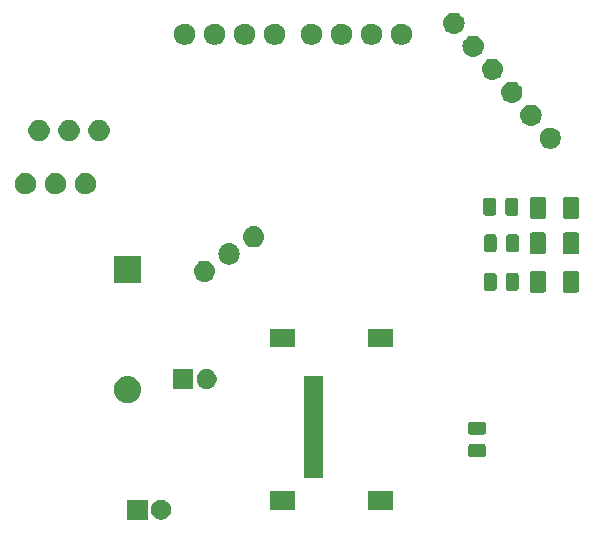
<source format=gbr>
G04 #@! TF.GenerationSoftware,KiCad,Pcbnew,(5.1.4-0-10_14)*
G04 #@! TF.CreationDate,2020-03-10T19:27:28+01:00*
G04 #@! TF.ProjectId,CanSat2020Probe,43616e53-6174-4323-9032-3050726f6265,v01*
G04 #@! TF.SameCoordinates,Original*
G04 #@! TF.FileFunction,Soldermask,Bot*
G04 #@! TF.FilePolarity,Negative*
%FSLAX46Y46*%
G04 Gerber Fmt 4.6, Leading zero omitted, Abs format (unit mm)*
G04 Created by KiCad (PCBNEW (5.1.4-0-10_14)) date 2020-03-10 19:27:28*
%MOMM*%
%LPD*%
G04 APERTURE LIST*
%ADD10C,0.100000*%
G04 APERTURE END LIST*
D10*
G36*
X138148228Y-118781703D02*
G01*
X138303100Y-118845853D01*
X138442481Y-118938985D01*
X138561015Y-119057519D01*
X138654147Y-119196900D01*
X138718297Y-119351772D01*
X138751000Y-119516184D01*
X138751000Y-119683816D01*
X138718297Y-119848228D01*
X138654147Y-120003100D01*
X138561015Y-120142481D01*
X138442481Y-120261015D01*
X138303100Y-120354147D01*
X138148228Y-120418297D01*
X137983816Y-120451000D01*
X137816184Y-120451000D01*
X137651772Y-120418297D01*
X137496900Y-120354147D01*
X137357519Y-120261015D01*
X137238985Y-120142481D01*
X137145853Y-120003100D01*
X137081703Y-119848228D01*
X137049000Y-119683816D01*
X137049000Y-119516184D01*
X137081703Y-119351772D01*
X137145853Y-119196900D01*
X137238985Y-119057519D01*
X137357519Y-118938985D01*
X137496900Y-118845853D01*
X137651772Y-118781703D01*
X137816184Y-118749000D01*
X137983816Y-118749000D01*
X138148228Y-118781703D01*
X138148228Y-118781703D01*
G37*
G36*
X136751000Y-120451000D02*
G01*
X135049000Y-120451000D01*
X135049000Y-118749000D01*
X136751000Y-118749000D01*
X136751000Y-120451000D01*
X136751000Y-120451000D01*
G37*
G36*
X149251000Y-119601000D02*
G01*
X147149000Y-119601000D01*
X147149000Y-118049000D01*
X149251000Y-118049000D01*
X149251000Y-119601000D01*
X149251000Y-119601000D01*
G37*
G36*
X157551000Y-119601000D02*
G01*
X155449000Y-119601000D01*
X155449000Y-118049000D01*
X157551000Y-118049000D01*
X157551000Y-119601000D01*
X157551000Y-119601000D01*
G37*
G36*
X151601000Y-116901000D02*
G01*
X149999000Y-116901000D01*
X149999000Y-108299000D01*
X151601000Y-108299000D01*
X151601000Y-116901000D01*
X151601000Y-116901000D01*
G37*
G36*
X165234468Y-114053565D02*
G01*
X165273138Y-114065296D01*
X165308777Y-114084346D01*
X165340017Y-114109983D01*
X165365654Y-114141223D01*
X165384704Y-114176862D01*
X165396435Y-114215532D01*
X165401000Y-114261888D01*
X165401000Y-114913112D01*
X165396435Y-114959468D01*
X165384704Y-114998138D01*
X165365654Y-115033777D01*
X165340017Y-115065017D01*
X165308777Y-115090654D01*
X165273138Y-115109704D01*
X165234468Y-115121435D01*
X165188112Y-115126000D01*
X164111888Y-115126000D01*
X164065532Y-115121435D01*
X164026862Y-115109704D01*
X163991223Y-115090654D01*
X163959983Y-115065017D01*
X163934346Y-115033777D01*
X163915296Y-114998138D01*
X163903565Y-114959468D01*
X163899000Y-114913112D01*
X163899000Y-114261888D01*
X163903565Y-114215532D01*
X163915296Y-114176862D01*
X163934346Y-114141223D01*
X163959983Y-114109983D01*
X163991223Y-114084346D01*
X164026862Y-114065296D01*
X164065532Y-114053565D01*
X164111888Y-114049000D01*
X165188112Y-114049000D01*
X165234468Y-114053565D01*
X165234468Y-114053565D01*
G37*
G36*
X165234468Y-112178565D02*
G01*
X165273138Y-112190296D01*
X165308777Y-112209346D01*
X165340017Y-112234983D01*
X165365654Y-112266223D01*
X165384704Y-112301862D01*
X165396435Y-112340532D01*
X165401000Y-112386888D01*
X165401000Y-113038112D01*
X165396435Y-113084468D01*
X165384704Y-113123138D01*
X165365654Y-113158777D01*
X165340017Y-113190017D01*
X165308777Y-113215654D01*
X165273138Y-113234704D01*
X165234468Y-113246435D01*
X165188112Y-113251000D01*
X164111888Y-113251000D01*
X164065532Y-113246435D01*
X164026862Y-113234704D01*
X163991223Y-113215654D01*
X163959983Y-113190017D01*
X163934346Y-113158777D01*
X163915296Y-113123138D01*
X163903565Y-113084468D01*
X163899000Y-113038112D01*
X163899000Y-112386888D01*
X163903565Y-112340532D01*
X163915296Y-112301862D01*
X163934346Y-112266223D01*
X163959983Y-112234983D01*
X163991223Y-112209346D01*
X164026862Y-112190296D01*
X164065532Y-112178565D01*
X164111888Y-112174000D01*
X165188112Y-112174000D01*
X165234468Y-112178565D01*
X165234468Y-112178565D01*
G37*
G36*
X135219271Y-108270103D02*
G01*
X135275635Y-108275654D01*
X135492600Y-108341470D01*
X135492602Y-108341471D01*
X135692555Y-108448347D01*
X135867818Y-108592182D01*
X136011653Y-108767445D01*
X136110885Y-108953097D01*
X136118530Y-108967400D01*
X136184346Y-109184365D01*
X136202461Y-109368295D01*
X136206569Y-109410000D01*
X136184346Y-109635634D01*
X136118529Y-109852602D01*
X136011653Y-110052555D01*
X135867818Y-110227818D01*
X135692555Y-110371653D01*
X135492602Y-110478529D01*
X135492600Y-110478530D01*
X135275635Y-110544346D01*
X135219271Y-110549897D01*
X135106545Y-110561000D01*
X134993455Y-110561000D01*
X134880729Y-110549897D01*
X134824365Y-110544346D01*
X134607400Y-110478530D01*
X134607398Y-110478529D01*
X134407445Y-110371653D01*
X134232182Y-110227818D01*
X134088347Y-110052555D01*
X133981471Y-109852602D01*
X133915654Y-109635634D01*
X133893431Y-109410000D01*
X133897539Y-109368295D01*
X133915654Y-109184365D01*
X133981470Y-108967400D01*
X133989115Y-108953097D01*
X134088347Y-108767445D01*
X134232182Y-108592182D01*
X134407445Y-108448347D01*
X134607398Y-108341471D01*
X134607400Y-108341470D01*
X134824365Y-108275654D01*
X134880729Y-108270103D01*
X134993455Y-108259000D01*
X135106545Y-108259000D01*
X135219271Y-108270103D01*
X135219271Y-108270103D01*
G37*
G36*
X140601000Y-109401000D02*
G01*
X138899000Y-109401000D01*
X138899000Y-107699000D01*
X140601000Y-107699000D01*
X140601000Y-109401000D01*
X140601000Y-109401000D01*
G37*
G36*
X141998228Y-107731703D02*
G01*
X142153100Y-107795853D01*
X142292481Y-107888985D01*
X142411015Y-108007519D01*
X142504147Y-108146900D01*
X142568297Y-108301772D01*
X142601000Y-108466184D01*
X142601000Y-108633816D01*
X142568297Y-108798228D01*
X142504147Y-108953100D01*
X142411015Y-109092481D01*
X142292481Y-109211015D01*
X142153100Y-109304147D01*
X141998228Y-109368297D01*
X141833816Y-109401000D01*
X141666184Y-109401000D01*
X141501772Y-109368297D01*
X141346900Y-109304147D01*
X141207519Y-109211015D01*
X141088985Y-109092481D01*
X140995853Y-108953100D01*
X140931703Y-108798228D01*
X140899000Y-108633816D01*
X140899000Y-108466184D01*
X140931703Y-108301772D01*
X140995853Y-108146900D01*
X141088985Y-108007519D01*
X141207519Y-107888985D01*
X141346900Y-107795853D01*
X141501772Y-107731703D01*
X141666184Y-107699000D01*
X141833816Y-107699000D01*
X141998228Y-107731703D01*
X141998228Y-107731703D01*
G37*
G36*
X149251000Y-105851000D02*
G01*
X147149000Y-105851000D01*
X147149000Y-104299000D01*
X149251000Y-104299000D01*
X149251000Y-105851000D01*
X149251000Y-105851000D01*
G37*
G36*
X157551000Y-105851000D02*
G01*
X155449000Y-105851000D01*
X155449000Y-104299000D01*
X157551000Y-104299000D01*
X157551000Y-105851000D01*
X157551000Y-105851000D01*
G37*
G36*
X173118604Y-99378347D02*
G01*
X173155144Y-99389432D01*
X173188821Y-99407433D01*
X173218341Y-99431659D01*
X173242567Y-99461179D01*
X173260568Y-99494856D01*
X173271653Y-99531396D01*
X173276000Y-99575538D01*
X173276000Y-101024462D01*
X173271653Y-101068604D01*
X173260568Y-101105144D01*
X173242567Y-101138821D01*
X173218341Y-101168341D01*
X173188821Y-101192567D01*
X173155144Y-101210568D01*
X173118604Y-101221653D01*
X173074462Y-101226000D01*
X172125538Y-101226000D01*
X172081396Y-101221653D01*
X172044856Y-101210568D01*
X172011179Y-101192567D01*
X171981659Y-101168341D01*
X171957433Y-101138821D01*
X171939432Y-101105144D01*
X171928347Y-101068604D01*
X171924000Y-101024462D01*
X171924000Y-99575538D01*
X171928347Y-99531396D01*
X171939432Y-99494856D01*
X171957433Y-99461179D01*
X171981659Y-99431659D01*
X172011179Y-99407433D01*
X172044856Y-99389432D01*
X172081396Y-99378347D01*
X172125538Y-99374000D01*
X173074462Y-99374000D01*
X173118604Y-99378347D01*
X173118604Y-99378347D01*
G37*
G36*
X170318604Y-99378347D02*
G01*
X170355144Y-99389432D01*
X170388821Y-99407433D01*
X170418341Y-99431659D01*
X170442567Y-99461179D01*
X170460568Y-99494856D01*
X170471653Y-99531396D01*
X170476000Y-99575538D01*
X170476000Y-101024462D01*
X170471653Y-101068604D01*
X170460568Y-101105144D01*
X170442567Y-101138821D01*
X170418341Y-101168341D01*
X170388821Y-101192567D01*
X170355144Y-101210568D01*
X170318604Y-101221653D01*
X170274462Y-101226000D01*
X169325538Y-101226000D01*
X169281396Y-101221653D01*
X169244856Y-101210568D01*
X169211179Y-101192567D01*
X169181659Y-101168341D01*
X169157433Y-101138821D01*
X169139432Y-101105144D01*
X169128347Y-101068604D01*
X169124000Y-101024462D01*
X169124000Y-99575538D01*
X169128347Y-99531396D01*
X169139432Y-99494856D01*
X169157433Y-99461179D01*
X169181659Y-99431659D01*
X169211179Y-99407433D01*
X169244856Y-99389432D01*
X169281396Y-99378347D01*
X169325538Y-99374000D01*
X170274462Y-99374000D01*
X170318604Y-99378347D01*
X170318604Y-99378347D01*
G37*
G36*
X166134468Y-99553565D02*
G01*
X166173138Y-99565296D01*
X166208777Y-99584346D01*
X166240017Y-99609983D01*
X166265654Y-99641223D01*
X166284704Y-99676862D01*
X166296435Y-99715532D01*
X166301000Y-99761888D01*
X166301000Y-100838112D01*
X166296435Y-100884468D01*
X166284704Y-100923138D01*
X166265654Y-100958777D01*
X166240017Y-100990017D01*
X166208777Y-101015654D01*
X166173138Y-101034704D01*
X166134468Y-101046435D01*
X166088112Y-101051000D01*
X165436888Y-101051000D01*
X165390532Y-101046435D01*
X165351862Y-101034704D01*
X165316223Y-101015654D01*
X165284983Y-100990017D01*
X165259346Y-100958777D01*
X165240296Y-100923138D01*
X165228565Y-100884468D01*
X165224000Y-100838112D01*
X165224000Y-99761888D01*
X165228565Y-99715532D01*
X165240296Y-99676862D01*
X165259346Y-99641223D01*
X165284983Y-99609983D01*
X165316223Y-99584346D01*
X165351862Y-99565296D01*
X165390532Y-99553565D01*
X165436888Y-99549000D01*
X166088112Y-99549000D01*
X166134468Y-99553565D01*
X166134468Y-99553565D01*
G37*
G36*
X168009468Y-99553565D02*
G01*
X168048138Y-99565296D01*
X168083777Y-99584346D01*
X168115017Y-99609983D01*
X168140654Y-99641223D01*
X168159704Y-99676862D01*
X168171435Y-99715532D01*
X168176000Y-99761888D01*
X168176000Y-100838112D01*
X168171435Y-100884468D01*
X168159704Y-100923138D01*
X168140654Y-100958777D01*
X168115017Y-100990017D01*
X168083777Y-101015654D01*
X168048138Y-101034704D01*
X168009468Y-101046435D01*
X167963112Y-101051000D01*
X167311888Y-101051000D01*
X167265532Y-101046435D01*
X167226862Y-101034704D01*
X167191223Y-101015654D01*
X167159983Y-100990017D01*
X167134346Y-100958777D01*
X167115296Y-100923138D01*
X167103565Y-100884468D01*
X167099000Y-100838112D01*
X167099000Y-99761888D01*
X167103565Y-99715532D01*
X167115296Y-99676862D01*
X167134346Y-99641223D01*
X167159983Y-99609983D01*
X167191223Y-99584346D01*
X167226862Y-99565296D01*
X167265532Y-99553565D01*
X167311888Y-99549000D01*
X167963112Y-99549000D01*
X168009468Y-99553565D01*
X168009468Y-99553565D01*
G37*
G36*
X136201000Y-100401000D02*
G01*
X133899000Y-100401000D01*
X133899000Y-98099000D01*
X136201000Y-98099000D01*
X136201000Y-100401000D01*
X136201000Y-100401000D01*
G37*
G36*
X141679796Y-98512402D02*
G01*
X141745981Y-98518921D01*
X141915820Y-98570441D01*
X142072345Y-98654106D01*
X142108083Y-98683436D01*
X142209540Y-98766698D01*
X142278724Y-98851000D01*
X142322132Y-98903893D01*
X142405797Y-99060418D01*
X142457317Y-99230257D01*
X142474713Y-99406884D01*
X142457317Y-99583511D01*
X142405797Y-99753350D01*
X142322132Y-99909875D01*
X142292802Y-99945613D01*
X142209540Y-100047070D01*
X142108083Y-100130332D01*
X142072345Y-100159662D01*
X141915820Y-100243327D01*
X141745981Y-100294847D01*
X141679797Y-100301365D01*
X141613614Y-100307884D01*
X141525094Y-100307884D01*
X141458911Y-100301365D01*
X141392727Y-100294847D01*
X141222888Y-100243327D01*
X141066363Y-100159662D01*
X141030625Y-100130332D01*
X140929168Y-100047070D01*
X140845906Y-99945613D01*
X140816576Y-99909875D01*
X140732911Y-99753350D01*
X140681391Y-99583511D01*
X140663995Y-99406884D01*
X140681391Y-99230257D01*
X140732911Y-99060418D01*
X140816576Y-98903893D01*
X140859984Y-98851000D01*
X140929168Y-98766698D01*
X141030625Y-98683436D01*
X141066363Y-98654106D01*
X141222888Y-98570441D01*
X141392727Y-98518921D01*
X141458912Y-98512402D01*
X141525094Y-98505884D01*
X141613614Y-98505884D01*
X141679796Y-98512402D01*
X141679796Y-98512402D01*
G37*
G36*
X143760442Y-97055518D02*
G01*
X143826627Y-97062037D01*
X143996466Y-97113557D01*
X144152991Y-97197222D01*
X144188729Y-97226552D01*
X144290186Y-97309814D01*
X144359370Y-97394116D01*
X144402778Y-97447009D01*
X144486443Y-97603534D01*
X144537963Y-97773373D01*
X144555359Y-97950000D01*
X144537963Y-98126627D01*
X144486443Y-98296466D01*
X144402778Y-98452991D01*
X144373448Y-98488729D01*
X144290186Y-98590186D01*
X144212299Y-98654105D01*
X144152991Y-98702778D01*
X143996466Y-98786443D01*
X143826627Y-98837963D01*
X143760443Y-98844481D01*
X143694260Y-98851000D01*
X143605740Y-98851000D01*
X143539557Y-98844481D01*
X143473373Y-98837963D01*
X143303534Y-98786443D01*
X143147009Y-98702778D01*
X143087701Y-98654105D01*
X143009814Y-98590186D01*
X142926552Y-98488729D01*
X142897222Y-98452991D01*
X142813557Y-98296466D01*
X142762037Y-98126627D01*
X142744641Y-97950000D01*
X142762037Y-97773373D01*
X142813557Y-97603534D01*
X142897222Y-97447009D01*
X142940630Y-97394116D01*
X143009814Y-97309814D01*
X143111271Y-97226552D01*
X143147009Y-97197222D01*
X143303534Y-97113557D01*
X143473373Y-97062037D01*
X143539558Y-97055518D01*
X143605740Y-97049000D01*
X143694260Y-97049000D01*
X143760442Y-97055518D01*
X143760442Y-97055518D01*
G37*
G36*
X173118604Y-96128347D02*
G01*
X173155144Y-96139432D01*
X173188821Y-96157433D01*
X173218341Y-96181659D01*
X173242567Y-96211179D01*
X173260568Y-96244856D01*
X173271653Y-96281396D01*
X173276000Y-96325538D01*
X173276000Y-97774462D01*
X173271653Y-97818604D01*
X173260568Y-97855144D01*
X173242567Y-97888821D01*
X173218341Y-97918341D01*
X173188821Y-97942567D01*
X173155144Y-97960568D01*
X173118604Y-97971653D01*
X173074462Y-97976000D01*
X172125538Y-97976000D01*
X172081396Y-97971653D01*
X172044856Y-97960568D01*
X172011179Y-97942567D01*
X171981659Y-97918341D01*
X171957433Y-97888821D01*
X171939432Y-97855144D01*
X171928347Y-97818604D01*
X171924000Y-97774462D01*
X171924000Y-96325538D01*
X171928347Y-96281396D01*
X171939432Y-96244856D01*
X171957433Y-96211179D01*
X171981659Y-96181659D01*
X172011179Y-96157433D01*
X172044856Y-96139432D01*
X172081396Y-96128347D01*
X172125538Y-96124000D01*
X173074462Y-96124000D01*
X173118604Y-96128347D01*
X173118604Y-96128347D01*
G37*
G36*
X170318604Y-96128347D02*
G01*
X170355144Y-96139432D01*
X170388821Y-96157433D01*
X170418341Y-96181659D01*
X170442567Y-96211179D01*
X170460568Y-96244856D01*
X170471653Y-96281396D01*
X170476000Y-96325538D01*
X170476000Y-97774462D01*
X170471653Y-97818604D01*
X170460568Y-97855144D01*
X170442567Y-97888821D01*
X170418341Y-97918341D01*
X170388821Y-97942567D01*
X170355144Y-97960568D01*
X170318604Y-97971653D01*
X170274462Y-97976000D01*
X169325538Y-97976000D01*
X169281396Y-97971653D01*
X169244856Y-97960568D01*
X169211179Y-97942567D01*
X169181659Y-97918341D01*
X169157433Y-97888821D01*
X169139432Y-97855144D01*
X169128347Y-97818604D01*
X169124000Y-97774462D01*
X169124000Y-96325538D01*
X169128347Y-96281396D01*
X169139432Y-96244856D01*
X169157433Y-96211179D01*
X169181659Y-96181659D01*
X169211179Y-96157433D01*
X169244856Y-96139432D01*
X169281396Y-96128347D01*
X169325538Y-96124000D01*
X170274462Y-96124000D01*
X170318604Y-96128347D01*
X170318604Y-96128347D01*
G37*
G36*
X166134468Y-96303565D02*
G01*
X166173138Y-96315296D01*
X166208777Y-96334346D01*
X166240017Y-96359983D01*
X166265654Y-96391223D01*
X166284704Y-96426862D01*
X166296435Y-96465532D01*
X166301000Y-96511888D01*
X166301000Y-97588112D01*
X166296435Y-97634468D01*
X166284704Y-97673138D01*
X166265654Y-97708777D01*
X166240017Y-97740017D01*
X166208777Y-97765654D01*
X166173138Y-97784704D01*
X166134468Y-97796435D01*
X166088112Y-97801000D01*
X165436888Y-97801000D01*
X165390532Y-97796435D01*
X165351862Y-97784704D01*
X165316223Y-97765654D01*
X165284983Y-97740017D01*
X165259346Y-97708777D01*
X165240296Y-97673138D01*
X165228565Y-97634468D01*
X165224000Y-97588112D01*
X165224000Y-96511888D01*
X165228565Y-96465532D01*
X165240296Y-96426862D01*
X165259346Y-96391223D01*
X165284983Y-96359983D01*
X165316223Y-96334346D01*
X165351862Y-96315296D01*
X165390532Y-96303565D01*
X165436888Y-96299000D01*
X166088112Y-96299000D01*
X166134468Y-96303565D01*
X166134468Y-96303565D01*
G37*
G36*
X168009468Y-96303565D02*
G01*
X168048138Y-96315296D01*
X168083777Y-96334346D01*
X168115017Y-96359983D01*
X168140654Y-96391223D01*
X168159704Y-96426862D01*
X168171435Y-96465532D01*
X168176000Y-96511888D01*
X168176000Y-97588112D01*
X168171435Y-97634468D01*
X168159704Y-97673138D01*
X168140654Y-97708777D01*
X168115017Y-97740017D01*
X168083777Y-97765654D01*
X168048138Y-97784704D01*
X168009468Y-97796435D01*
X167963112Y-97801000D01*
X167311888Y-97801000D01*
X167265532Y-97796435D01*
X167226862Y-97784704D01*
X167191223Y-97765654D01*
X167159983Y-97740017D01*
X167134346Y-97708777D01*
X167115296Y-97673138D01*
X167103565Y-97634468D01*
X167099000Y-97588112D01*
X167099000Y-96511888D01*
X167103565Y-96465532D01*
X167115296Y-96426862D01*
X167134346Y-96391223D01*
X167159983Y-96359983D01*
X167191223Y-96334346D01*
X167226862Y-96315296D01*
X167265532Y-96303565D01*
X167311888Y-96299000D01*
X167963112Y-96299000D01*
X168009468Y-96303565D01*
X168009468Y-96303565D01*
G37*
G36*
X145841089Y-95598635D02*
G01*
X145907273Y-95605153D01*
X146077112Y-95656673D01*
X146233637Y-95740338D01*
X146269375Y-95769668D01*
X146370832Y-95852930D01*
X146454094Y-95954387D01*
X146483424Y-95990125D01*
X146567089Y-96146650D01*
X146618609Y-96316489D01*
X146636005Y-96493116D01*
X146618609Y-96669743D01*
X146567089Y-96839582D01*
X146483424Y-96996107D01*
X146454094Y-97031845D01*
X146370832Y-97133302D01*
X146292945Y-97197221D01*
X146233637Y-97245894D01*
X146077112Y-97329559D01*
X145907273Y-97381079D01*
X145841088Y-97387598D01*
X145774906Y-97394116D01*
X145686386Y-97394116D01*
X145620204Y-97387598D01*
X145554019Y-97381079D01*
X145384180Y-97329559D01*
X145227655Y-97245894D01*
X145168347Y-97197221D01*
X145090460Y-97133302D01*
X145007198Y-97031845D01*
X144977868Y-96996107D01*
X144894203Y-96839582D01*
X144842683Y-96669743D01*
X144825287Y-96493116D01*
X144842683Y-96316489D01*
X144894203Y-96146650D01*
X144977868Y-95990125D01*
X145007198Y-95954387D01*
X145090460Y-95852930D01*
X145191917Y-95769668D01*
X145227655Y-95740338D01*
X145384180Y-95656673D01*
X145554019Y-95605153D01*
X145620203Y-95598635D01*
X145686386Y-95592116D01*
X145774906Y-95592116D01*
X145841089Y-95598635D01*
X145841089Y-95598635D01*
G37*
G36*
X170318604Y-93128347D02*
G01*
X170355144Y-93139432D01*
X170388821Y-93157433D01*
X170418341Y-93181659D01*
X170442567Y-93211179D01*
X170460568Y-93244856D01*
X170471653Y-93281396D01*
X170476000Y-93325538D01*
X170476000Y-94774462D01*
X170471653Y-94818604D01*
X170460568Y-94855144D01*
X170442567Y-94888821D01*
X170418341Y-94918341D01*
X170388821Y-94942567D01*
X170355144Y-94960568D01*
X170318604Y-94971653D01*
X170274462Y-94976000D01*
X169325538Y-94976000D01*
X169281396Y-94971653D01*
X169244856Y-94960568D01*
X169211179Y-94942567D01*
X169181659Y-94918341D01*
X169157433Y-94888821D01*
X169139432Y-94855144D01*
X169128347Y-94818604D01*
X169124000Y-94774462D01*
X169124000Y-93325538D01*
X169128347Y-93281396D01*
X169139432Y-93244856D01*
X169157433Y-93211179D01*
X169181659Y-93181659D01*
X169211179Y-93157433D01*
X169244856Y-93139432D01*
X169281396Y-93128347D01*
X169325538Y-93124000D01*
X170274462Y-93124000D01*
X170318604Y-93128347D01*
X170318604Y-93128347D01*
G37*
G36*
X173118604Y-93128347D02*
G01*
X173155144Y-93139432D01*
X173188821Y-93157433D01*
X173218341Y-93181659D01*
X173242567Y-93211179D01*
X173260568Y-93244856D01*
X173271653Y-93281396D01*
X173276000Y-93325538D01*
X173276000Y-94774462D01*
X173271653Y-94818604D01*
X173260568Y-94855144D01*
X173242567Y-94888821D01*
X173218341Y-94918341D01*
X173188821Y-94942567D01*
X173155144Y-94960568D01*
X173118604Y-94971653D01*
X173074462Y-94976000D01*
X172125538Y-94976000D01*
X172081396Y-94971653D01*
X172044856Y-94960568D01*
X172011179Y-94942567D01*
X171981659Y-94918341D01*
X171957433Y-94888821D01*
X171939432Y-94855144D01*
X171928347Y-94818604D01*
X171924000Y-94774462D01*
X171924000Y-93325538D01*
X171928347Y-93281396D01*
X171939432Y-93244856D01*
X171957433Y-93211179D01*
X171981659Y-93181659D01*
X172011179Y-93157433D01*
X172044856Y-93139432D01*
X172081396Y-93128347D01*
X172125538Y-93124000D01*
X173074462Y-93124000D01*
X173118604Y-93128347D01*
X173118604Y-93128347D01*
G37*
G36*
X167959468Y-93203565D02*
G01*
X167998138Y-93215296D01*
X168033777Y-93234346D01*
X168065017Y-93259983D01*
X168090654Y-93291223D01*
X168109704Y-93326862D01*
X168121435Y-93365532D01*
X168126000Y-93411888D01*
X168126000Y-94488112D01*
X168121435Y-94534468D01*
X168109704Y-94573138D01*
X168090654Y-94608777D01*
X168065017Y-94640017D01*
X168033777Y-94665654D01*
X167998138Y-94684704D01*
X167959468Y-94696435D01*
X167913112Y-94701000D01*
X167261888Y-94701000D01*
X167215532Y-94696435D01*
X167176862Y-94684704D01*
X167141223Y-94665654D01*
X167109983Y-94640017D01*
X167084346Y-94608777D01*
X167065296Y-94573138D01*
X167053565Y-94534468D01*
X167049000Y-94488112D01*
X167049000Y-93411888D01*
X167053565Y-93365532D01*
X167065296Y-93326862D01*
X167084346Y-93291223D01*
X167109983Y-93259983D01*
X167141223Y-93234346D01*
X167176862Y-93215296D01*
X167215532Y-93203565D01*
X167261888Y-93199000D01*
X167913112Y-93199000D01*
X167959468Y-93203565D01*
X167959468Y-93203565D01*
G37*
G36*
X166084468Y-93203565D02*
G01*
X166123138Y-93215296D01*
X166158777Y-93234346D01*
X166190017Y-93259983D01*
X166215654Y-93291223D01*
X166234704Y-93326862D01*
X166246435Y-93365532D01*
X166251000Y-93411888D01*
X166251000Y-94488112D01*
X166246435Y-94534468D01*
X166234704Y-94573138D01*
X166215654Y-94608777D01*
X166190017Y-94640017D01*
X166158777Y-94665654D01*
X166123138Y-94684704D01*
X166084468Y-94696435D01*
X166038112Y-94701000D01*
X165386888Y-94701000D01*
X165340532Y-94696435D01*
X165301862Y-94684704D01*
X165266223Y-94665654D01*
X165234983Y-94640017D01*
X165209346Y-94608777D01*
X165190296Y-94573138D01*
X165178565Y-94534468D01*
X165174000Y-94488112D01*
X165174000Y-93411888D01*
X165178565Y-93365532D01*
X165190296Y-93326862D01*
X165209346Y-93291223D01*
X165234983Y-93259983D01*
X165266223Y-93234346D01*
X165301862Y-93215296D01*
X165340532Y-93203565D01*
X165386888Y-93199000D01*
X166038112Y-93199000D01*
X166084468Y-93203565D01*
X166084468Y-93203565D01*
G37*
G36*
X131603512Y-91103927D02*
G01*
X131752812Y-91133624D01*
X131916784Y-91201544D01*
X132064354Y-91300147D01*
X132189853Y-91425646D01*
X132288456Y-91573216D01*
X132356376Y-91737188D01*
X132391000Y-91911259D01*
X132391000Y-92088741D01*
X132356376Y-92262812D01*
X132288456Y-92426784D01*
X132189853Y-92574354D01*
X132064354Y-92699853D01*
X131916784Y-92798456D01*
X131752812Y-92866376D01*
X131603512Y-92896073D01*
X131578742Y-92901000D01*
X131401258Y-92901000D01*
X131376488Y-92896073D01*
X131227188Y-92866376D01*
X131063216Y-92798456D01*
X130915646Y-92699853D01*
X130790147Y-92574354D01*
X130691544Y-92426784D01*
X130623624Y-92262812D01*
X130589000Y-92088741D01*
X130589000Y-91911259D01*
X130623624Y-91737188D01*
X130691544Y-91573216D01*
X130790147Y-91425646D01*
X130915646Y-91300147D01*
X131063216Y-91201544D01*
X131227188Y-91133624D01*
X131376488Y-91103927D01*
X131401258Y-91099000D01*
X131578742Y-91099000D01*
X131603512Y-91103927D01*
X131603512Y-91103927D01*
G37*
G36*
X129063512Y-91103927D02*
G01*
X129212812Y-91133624D01*
X129376784Y-91201544D01*
X129524354Y-91300147D01*
X129649853Y-91425646D01*
X129748456Y-91573216D01*
X129816376Y-91737188D01*
X129851000Y-91911259D01*
X129851000Y-92088741D01*
X129816376Y-92262812D01*
X129748456Y-92426784D01*
X129649853Y-92574354D01*
X129524354Y-92699853D01*
X129376784Y-92798456D01*
X129212812Y-92866376D01*
X129063512Y-92896073D01*
X129038742Y-92901000D01*
X128861258Y-92901000D01*
X128836488Y-92896073D01*
X128687188Y-92866376D01*
X128523216Y-92798456D01*
X128375646Y-92699853D01*
X128250147Y-92574354D01*
X128151544Y-92426784D01*
X128083624Y-92262812D01*
X128049000Y-92088741D01*
X128049000Y-91911259D01*
X128083624Y-91737188D01*
X128151544Y-91573216D01*
X128250147Y-91425646D01*
X128375646Y-91300147D01*
X128523216Y-91201544D01*
X128687188Y-91133624D01*
X128836488Y-91103927D01*
X128861258Y-91099000D01*
X129038742Y-91099000D01*
X129063512Y-91103927D01*
X129063512Y-91103927D01*
G37*
G36*
X126523512Y-91103927D02*
G01*
X126672812Y-91133624D01*
X126836784Y-91201544D01*
X126984354Y-91300147D01*
X127109853Y-91425646D01*
X127208456Y-91573216D01*
X127276376Y-91737188D01*
X127311000Y-91911259D01*
X127311000Y-92088741D01*
X127276376Y-92262812D01*
X127208456Y-92426784D01*
X127109853Y-92574354D01*
X126984354Y-92699853D01*
X126836784Y-92798456D01*
X126672812Y-92866376D01*
X126523512Y-92896073D01*
X126498742Y-92901000D01*
X126321258Y-92901000D01*
X126296488Y-92896073D01*
X126147188Y-92866376D01*
X125983216Y-92798456D01*
X125835646Y-92699853D01*
X125710147Y-92574354D01*
X125611544Y-92426784D01*
X125543624Y-92262812D01*
X125509000Y-92088741D01*
X125509000Y-91911259D01*
X125543624Y-91737188D01*
X125611544Y-91573216D01*
X125710147Y-91425646D01*
X125835646Y-91300147D01*
X125983216Y-91201544D01*
X126147188Y-91133624D01*
X126296488Y-91103927D01*
X126321258Y-91099000D01*
X126498742Y-91099000D01*
X126523512Y-91103927D01*
X126523512Y-91103927D01*
G37*
G36*
X170963512Y-87253927D02*
G01*
X171112812Y-87283624D01*
X171276784Y-87351544D01*
X171424354Y-87450147D01*
X171549853Y-87575646D01*
X171648456Y-87723216D01*
X171716376Y-87887188D01*
X171751000Y-88061259D01*
X171751000Y-88238741D01*
X171716376Y-88412812D01*
X171648456Y-88576784D01*
X171549853Y-88724354D01*
X171424354Y-88849853D01*
X171276784Y-88948456D01*
X171112812Y-89016376D01*
X170963512Y-89046073D01*
X170938742Y-89051000D01*
X170761258Y-89051000D01*
X170736488Y-89046073D01*
X170587188Y-89016376D01*
X170423216Y-88948456D01*
X170275646Y-88849853D01*
X170150147Y-88724354D01*
X170051544Y-88576784D01*
X169983624Y-88412812D01*
X169949000Y-88238741D01*
X169949000Y-88061259D01*
X169983624Y-87887188D01*
X170051544Y-87723216D01*
X170150147Y-87575646D01*
X170275646Y-87450147D01*
X170423216Y-87351544D01*
X170587188Y-87283624D01*
X170736488Y-87253927D01*
X170761258Y-87249000D01*
X170938742Y-87249000D01*
X170963512Y-87253927D01*
X170963512Y-87253927D01*
G37*
G36*
X132753512Y-86603927D02*
G01*
X132902812Y-86633624D01*
X133066784Y-86701544D01*
X133214354Y-86800147D01*
X133339853Y-86925646D01*
X133438456Y-87073216D01*
X133506376Y-87237188D01*
X133541000Y-87411259D01*
X133541000Y-87588741D01*
X133506376Y-87762812D01*
X133438456Y-87926784D01*
X133339853Y-88074354D01*
X133214354Y-88199853D01*
X133066784Y-88298456D01*
X132902812Y-88366376D01*
X132753512Y-88396073D01*
X132728742Y-88401000D01*
X132551258Y-88401000D01*
X132526488Y-88396073D01*
X132377188Y-88366376D01*
X132213216Y-88298456D01*
X132065646Y-88199853D01*
X131940147Y-88074354D01*
X131841544Y-87926784D01*
X131773624Y-87762812D01*
X131739000Y-87588741D01*
X131739000Y-87411259D01*
X131773624Y-87237188D01*
X131841544Y-87073216D01*
X131940147Y-86925646D01*
X132065646Y-86800147D01*
X132213216Y-86701544D01*
X132377188Y-86633624D01*
X132526488Y-86603927D01*
X132551258Y-86599000D01*
X132728742Y-86599000D01*
X132753512Y-86603927D01*
X132753512Y-86603927D01*
G37*
G36*
X130213512Y-86603927D02*
G01*
X130362812Y-86633624D01*
X130526784Y-86701544D01*
X130674354Y-86800147D01*
X130799853Y-86925646D01*
X130898456Y-87073216D01*
X130966376Y-87237188D01*
X131001000Y-87411259D01*
X131001000Y-87588741D01*
X130966376Y-87762812D01*
X130898456Y-87926784D01*
X130799853Y-88074354D01*
X130674354Y-88199853D01*
X130526784Y-88298456D01*
X130362812Y-88366376D01*
X130213512Y-88396073D01*
X130188742Y-88401000D01*
X130011258Y-88401000D01*
X129986488Y-88396073D01*
X129837188Y-88366376D01*
X129673216Y-88298456D01*
X129525646Y-88199853D01*
X129400147Y-88074354D01*
X129301544Y-87926784D01*
X129233624Y-87762812D01*
X129199000Y-87588741D01*
X129199000Y-87411259D01*
X129233624Y-87237188D01*
X129301544Y-87073216D01*
X129400147Y-86925646D01*
X129525646Y-86800147D01*
X129673216Y-86701544D01*
X129837188Y-86633624D01*
X129986488Y-86603927D01*
X130011258Y-86599000D01*
X130188742Y-86599000D01*
X130213512Y-86603927D01*
X130213512Y-86603927D01*
G37*
G36*
X127673512Y-86603927D02*
G01*
X127822812Y-86633624D01*
X127986784Y-86701544D01*
X128134354Y-86800147D01*
X128259853Y-86925646D01*
X128358456Y-87073216D01*
X128426376Y-87237188D01*
X128461000Y-87411259D01*
X128461000Y-87588741D01*
X128426376Y-87762812D01*
X128358456Y-87926784D01*
X128259853Y-88074354D01*
X128134354Y-88199853D01*
X127986784Y-88298456D01*
X127822812Y-88366376D01*
X127673512Y-88396073D01*
X127648742Y-88401000D01*
X127471258Y-88401000D01*
X127446488Y-88396073D01*
X127297188Y-88366376D01*
X127133216Y-88298456D01*
X126985646Y-88199853D01*
X126860147Y-88074354D01*
X126761544Y-87926784D01*
X126693624Y-87762812D01*
X126659000Y-87588741D01*
X126659000Y-87411259D01*
X126693624Y-87237188D01*
X126761544Y-87073216D01*
X126860147Y-86925646D01*
X126985646Y-86800147D01*
X127133216Y-86701544D01*
X127297188Y-86633624D01*
X127446488Y-86603927D01*
X127471258Y-86599000D01*
X127648742Y-86599000D01*
X127673512Y-86603927D01*
X127673512Y-86603927D01*
G37*
G36*
X169327762Y-85309766D02*
G01*
X169393946Y-85316284D01*
X169563785Y-85367804D01*
X169720310Y-85451469D01*
X169756048Y-85480799D01*
X169857505Y-85564061D01*
X169940767Y-85665518D01*
X169970097Y-85701256D01*
X170053762Y-85857781D01*
X170105282Y-86027620D01*
X170122678Y-86204247D01*
X170105282Y-86380874D01*
X170053762Y-86550713D01*
X169970097Y-86707238D01*
X169940767Y-86742976D01*
X169857505Y-86844433D01*
X169758545Y-86925646D01*
X169720310Y-86957025D01*
X169563785Y-87040690D01*
X169393946Y-87092210D01*
X169327762Y-87098728D01*
X169261579Y-87105247D01*
X169173059Y-87105247D01*
X169106876Y-87098728D01*
X169040692Y-87092210D01*
X168870853Y-87040690D01*
X168714328Y-86957025D01*
X168676093Y-86925646D01*
X168577133Y-86844433D01*
X168493871Y-86742976D01*
X168464541Y-86707238D01*
X168380876Y-86550713D01*
X168329356Y-86380874D01*
X168311960Y-86204247D01*
X168329356Y-86027620D01*
X168380876Y-85857781D01*
X168464541Y-85701256D01*
X168493871Y-85665518D01*
X168577133Y-85564061D01*
X168678590Y-85480799D01*
X168714328Y-85451469D01*
X168870853Y-85367804D01*
X169040692Y-85316284D01*
X169106876Y-85309766D01*
X169173059Y-85303247D01*
X169261579Y-85303247D01*
X169327762Y-85309766D01*
X169327762Y-85309766D01*
G37*
G36*
X167695081Y-83364012D02*
G01*
X167761266Y-83370531D01*
X167931105Y-83422051D01*
X168087630Y-83505716D01*
X168123368Y-83535046D01*
X168224825Y-83618308D01*
X168308087Y-83719765D01*
X168337417Y-83755503D01*
X168421082Y-83912028D01*
X168472602Y-84081867D01*
X168489998Y-84258494D01*
X168472602Y-84435121D01*
X168421082Y-84604960D01*
X168337417Y-84761485D01*
X168308087Y-84797223D01*
X168224825Y-84898680D01*
X168123368Y-84981942D01*
X168087630Y-85011272D01*
X167931105Y-85094937D01*
X167761266Y-85146457D01*
X167695082Y-85152975D01*
X167628899Y-85159494D01*
X167540379Y-85159494D01*
X167474196Y-85152975D01*
X167408012Y-85146457D01*
X167238173Y-85094937D01*
X167081648Y-85011272D01*
X167045910Y-84981942D01*
X166944453Y-84898680D01*
X166861191Y-84797223D01*
X166831861Y-84761485D01*
X166748196Y-84604960D01*
X166696676Y-84435121D01*
X166679280Y-84258494D01*
X166696676Y-84081867D01*
X166748196Y-83912028D01*
X166831861Y-83755503D01*
X166861191Y-83719765D01*
X166944453Y-83618308D01*
X167045910Y-83535046D01*
X167081648Y-83505716D01*
X167238173Y-83422051D01*
X167408012Y-83370531D01*
X167474197Y-83364012D01*
X167540379Y-83357494D01*
X167628899Y-83357494D01*
X167695081Y-83364012D01*
X167695081Y-83364012D01*
G37*
G36*
X166062401Y-81418260D02*
G01*
X166128585Y-81424778D01*
X166298424Y-81476298D01*
X166454949Y-81559963D01*
X166490687Y-81589293D01*
X166592144Y-81672555D01*
X166675406Y-81774012D01*
X166704736Y-81809750D01*
X166788401Y-81966275D01*
X166839921Y-82136114D01*
X166857317Y-82312741D01*
X166839921Y-82489368D01*
X166788401Y-82659207D01*
X166704736Y-82815732D01*
X166675406Y-82851470D01*
X166592144Y-82952927D01*
X166490687Y-83036189D01*
X166454949Y-83065519D01*
X166298424Y-83149184D01*
X166128585Y-83200704D01*
X166062400Y-83207223D01*
X165996218Y-83213741D01*
X165907698Y-83213741D01*
X165841516Y-83207223D01*
X165775331Y-83200704D01*
X165605492Y-83149184D01*
X165448967Y-83065519D01*
X165413229Y-83036189D01*
X165311772Y-82952927D01*
X165228510Y-82851470D01*
X165199180Y-82815732D01*
X165115515Y-82659207D01*
X165063995Y-82489368D01*
X165046599Y-82312741D01*
X165063995Y-82136114D01*
X165115515Y-81966275D01*
X165199180Y-81809750D01*
X165228510Y-81774012D01*
X165311772Y-81672555D01*
X165413229Y-81589293D01*
X165448967Y-81559963D01*
X165605492Y-81476298D01*
X165775331Y-81424778D01*
X165841515Y-81418260D01*
X165907698Y-81411741D01*
X165996218Y-81411741D01*
X166062401Y-81418260D01*
X166062401Y-81418260D01*
G37*
G36*
X164429721Y-79472507D02*
G01*
X164495905Y-79479025D01*
X164665744Y-79530545D01*
X164822269Y-79614210D01*
X164858007Y-79643540D01*
X164959464Y-79726802D01*
X165042726Y-79828259D01*
X165072056Y-79863997D01*
X165155721Y-80020522D01*
X165207241Y-80190361D01*
X165224637Y-80366988D01*
X165207241Y-80543615D01*
X165155721Y-80713454D01*
X165072056Y-80869979D01*
X165042726Y-80905717D01*
X164959464Y-81007174D01*
X164858007Y-81090436D01*
X164822269Y-81119766D01*
X164665744Y-81203431D01*
X164495905Y-81254951D01*
X164429721Y-81261469D01*
X164363538Y-81267988D01*
X164275018Y-81267988D01*
X164208835Y-81261469D01*
X164142651Y-81254951D01*
X163972812Y-81203431D01*
X163816287Y-81119766D01*
X163780549Y-81090436D01*
X163679092Y-81007174D01*
X163595830Y-80905717D01*
X163566500Y-80869979D01*
X163482835Y-80713454D01*
X163431315Y-80543615D01*
X163413919Y-80366988D01*
X163431315Y-80190361D01*
X163482835Y-80020522D01*
X163566500Y-79863997D01*
X163595830Y-79828259D01*
X163679092Y-79726802D01*
X163780549Y-79643540D01*
X163816287Y-79614210D01*
X163972812Y-79530545D01*
X164142651Y-79479025D01*
X164208835Y-79472507D01*
X164275018Y-79465988D01*
X164363538Y-79465988D01*
X164429721Y-79472507D01*
X164429721Y-79472507D01*
G37*
G36*
X158363512Y-78453927D02*
G01*
X158512812Y-78483624D01*
X158676784Y-78551544D01*
X158824354Y-78650147D01*
X158949853Y-78775646D01*
X159048456Y-78923216D01*
X159116376Y-79087188D01*
X159151000Y-79261259D01*
X159151000Y-79438741D01*
X159116376Y-79612812D01*
X159048456Y-79776784D01*
X158949853Y-79924354D01*
X158824354Y-80049853D01*
X158676784Y-80148456D01*
X158512812Y-80216376D01*
X158363512Y-80246073D01*
X158338742Y-80251000D01*
X158161258Y-80251000D01*
X158136488Y-80246073D01*
X157987188Y-80216376D01*
X157823216Y-80148456D01*
X157675646Y-80049853D01*
X157550147Y-79924354D01*
X157451544Y-79776784D01*
X157383624Y-79612812D01*
X157349000Y-79438741D01*
X157349000Y-79261259D01*
X157383624Y-79087188D01*
X157451544Y-78923216D01*
X157550147Y-78775646D01*
X157675646Y-78650147D01*
X157823216Y-78551544D01*
X157987188Y-78483624D01*
X158136488Y-78453927D01*
X158161258Y-78449000D01*
X158338742Y-78449000D01*
X158363512Y-78453927D01*
X158363512Y-78453927D01*
G37*
G36*
X140013512Y-78453927D02*
G01*
X140162812Y-78483624D01*
X140326784Y-78551544D01*
X140474354Y-78650147D01*
X140599853Y-78775646D01*
X140698456Y-78923216D01*
X140766376Y-79087188D01*
X140801000Y-79261259D01*
X140801000Y-79438741D01*
X140766376Y-79612812D01*
X140698456Y-79776784D01*
X140599853Y-79924354D01*
X140474354Y-80049853D01*
X140326784Y-80148456D01*
X140162812Y-80216376D01*
X140013512Y-80246073D01*
X139988742Y-80251000D01*
X139811258Y-80251000D01*
X139786488Y-80246073D01*
X139637188Y-80216376D01*
X139473216Y-80148456D01*
X139325646Y-80049853D01*
X139200147Y-79924354D01*
X139101544Y-79776784D01*
X139033624Y-79612812D01*
X138999000Y-79438741D01*
X138999000Y-79261259D01*
X139033624Y-79087188D01*
X139101544Y-78923216D01*
X139200147Y-78775646D01*
X139325646Y-78650147D01*
X139473216Y-78551544D01*
X139637188Y-78483624D01*
X139786488Y-78453927D01*
X139811258Y-78449000D01*
X139988742Y-78449000D01*
X140013512Y-78453927D01*
X140013512Y-78453927D01*
G37*
G36*
X155823512Y-78453927D02*
G01*
X155972812Y-78483624D01*
X156136784Y-78551544D01*
X156284354Y-78650147D01*
X156409853Y-78775646D01*
X156508456Y-78923216D01*
X156576376Y-79087188D01*
X156611000Y-79261259D01*
X156611000Y-79438741D01*
X156576376Y-79612812D01*
X156508456Y-79776784D01*
X156409853Y-79924354D01*
X156284354Y-80049853D01*
X156136784Y-80148456D01*
X155972812Y-80216376D01*
X155823512Y-80246073D01*
X155798742Y-80251000D01*
X155621258Y-80251000D01*
X155596488Y-80246073D01*
X155447188Y-80216376D01*
X155283216Y-80148456D01*
X155135646Y-80049853D01*
X155010147Y-79924354D01*
X154911544Y-79776784D01*
X154843624Y-79612812D01*
X154809000Y-79438741D01*
X154809000Y-79261259D01*
X154843624Y-79087188D01*
X154911544Y-78923216D01*
X155010147Y-78775646D01*
X155135646Y-78650147D01*
X155283216Y-78551544D01*
X155447188Y-78483624D01*
X155596488Y-78453927D01*
X155621258Y-78449000D01*
X155798742Y-78449000D01*
X155823512Y-78453927D01*
X155823512Y-78453927D01*
G37*
G36*
X145093512Y-78453927D02*
G01*
X145242812Y-78483624D01*
X145406784Y-78551544D01*
X145554354Y-78650147D01*
X145679853Y-78775646D01*
X145778456Y-78923216D01*
X145846376Y-79087188D01*
X145881000Y-79261259D01*
X145881000Y-79438741D01*
X145846376Y-79612812D01*
X145778456Y-79776784D01*
X145679853Y-79924354D01*
X145554354Y-80049853D01*
X145406784Y-80148456D01*
X145242812Y-80216376D01*
X145093512Y-80246073D01*
X145068742Y-80251000D01*
X144891258Y-80251000D01*
X144866488Y-80246073D01*
X144717188Y-80216376D01*
X144553216Y-80148456D01*
X144405646Y-80049853D01*
X144280147Y-79924354D01*
X144181544Y-79776784D01*
X144113624Y-79612812D01*
X144079000Y-79438741D01*
X144079000Y-79261259D01*
X144113624Y-79087188D01*
X144181544Y-78923216D01*
X144280147Y-78775646D01*
X144405646Y-78650147D01*
X144553216Y-78551544D01*
X144717188Y-78483624D01*
X144866488Y-78453927D01*
X144891258Y-78449000D01*
X145068742Y-78449000D01*
X145093512Y-78453927D01*
X145093512Y-78453927D01*
G37*
G36*
X147633512Y-78453927D02*
G01*
X147782812Y-78483624D01*
X147946784Y-78551544D01*
X148094354Y-78650147D01*
X148219853Y-78775646D01*
X148318456Y-78923216D01*
X148386376Y-79087188D01*
X148421000Y-79261259D01*
X148421000Y-79438741D01*
X148386376Y-79612812D01*
X148318456Y-79776784D01*
X148219853Y-79924354D01*
X148094354Y-80049853D01*
X147946784Y-80148456D01*
X147782812Y-80216376D01*
X147633512Y-80246073D01*
X147608742Y-80251000D01*
X147431258Y-80251000D01*
X147406488Y-80246073D01*
X147257188Y-80216376D01*
X147093216Y-80148456D01*
X146945646Y-80049853D01*
X146820147Y-79924354D01*
X146721544Y-79776784D01*
X146653624Y-79612812D01*
X146619000Y-79438741D01*
X146619000Y-79261259D01*
X146653624Y-79087188D01*
X146721544Y-78923216D01*
X146820147Y-78775646D01*
X146945646Y-78650147D01*
X147093216Y-78551544D01*
X147257188Y-78483624D01*
X147406488Y-78453927D01*
X147431258Y-78449000D01*
X147608742Y-78449000D01*
X147633512Y-78453927D01*
X147633512Y-78453927D01*
G37*
G36*
X153283512Y-78453927D02*
G01*
X153432812Y-78483624D01*
X153596784Y-78551544D01*
X153744354Y-78650147D01*
X153869853Y-78775646D01*
X153968456Y-78923216D01*
X154036376Y-79087188D01*
X154071000Y-79261259D01*
X154071000Y-79438741D01*
X154036376Y-79612812D01*
X153968456Y-79776784D01*
X153869853Y-79924354D01*
X153744354Y-80049853D01*
X153596784Y-80148456D01*
X153432812Y-80216376D01*
X153283512Y-80246073D01*
X153258742Y-80251000D01*
X153081258Y-80251000D01*
X153056488Y-80246073D01*
X152907188Y-80216376D01*
X152743216Y-80148456D01*
X152595646Y-80049853D01*
X152470147Y-79924354D01*
X152371544Y-79776784D01*
X152303624Y-79612812D01*
X152269000Y-79438741D01*
X152269000Y-79261259D01*
X152303624Y-79087188D01*
X152371544Y-78923216D01*
X152470147Y-78775646D01*
X152595646Y-78650147D01*
X152743216Y-78551544D01*
X152907188Y-78483624D01*
X153056488Y-78453927D01*
X153081258Y-78449000D01*
X153258742Y-78449000D01*
X153283512Y-78453927D01*
X153283512Y-78453927D01*
G37*
G36*
X150743512Y-78453927D02*
G01*
X150892812Y-78483624D01*
X151056784Y-78551544D01*
X151204354Y-78650147D01*
X151329853Y-78775646D01*
X151428456Y-78923216D01*
X151496376Y-79087188D01*
X151531000Y-79261259D01*
X151531000Y-79438741D01*
X151496376Y-79612812D01*
X151428456Y-79776784D01*
X151329853Y-79924354D01*
X151204354Y-80049853D01*
X151056784Y-80148456D01*
X150892812Y-80216376D01*
X150743512Y-80246073D01*
X150718742Y-80251000D01*
X150541258Y-80251000D01*
X150516488Y-80246073D01*
X150367188Y-80216376D01*
X150203216Y-80148456D01*
X150055646Y-80049853D01*
X149930147Y-79924354D01*
X149831544Y-79776784D01*
X149763624Y-79612812D01*
X149729000Y-79438741D01*
X149729000Y-79261259D01*
X149763624Y-79087188D01*
X149831544Y-78923216D01*
X149930147Y-78775646D01*
X150055646Y-78650147D01*
X150203216Y-78551544D01*
X150367188Y-78483624D01*
X150516488Y-78453927D01*
X150541258Y-78449000D01*
X150718742Y-78449000D01*
X150743512Y-78453927D01*
X150743512Y-78453927D01*
G37*
G36*
X142553512Y-78453927D02*
G01*
X142702812Y-78483624D01*
X142866784Y-78551544D01*
X143014354Y-78650147D01*
X143139853Y-78775646D01*
X143238456Y-78923216D01*
X143306376Y-79087188D01*
X143341000Y-79261259D01*
X143341000Y-79438741D01*
X143306376Y-79612812D01*
X143238456Y-79776784D01*
X143139853Y-79924354D01*
X143014354Y-80049853D01*
X142866784Y-80148456D01*
X142702812Y-80216376D01*
X142553512Y-80246073D01*
X142528742Y-80251000D01*
X142351258Y-80251000D01*
X142326488Y-80246073D01*
X142177188Y-80216376D01*
X142013216Y-80148456D01*
X141865646Y-80049853D01*
X141740147Y-79924354D01*
X141641544Y-79776784D01*
X141573624Y-79612812D01*
X141539000Y-79438741D01*
X141539000Y-79261259D01*
X141573624Y-79087188D01*
X141641544Y-78923216D01*
X141740147Y-78775646D01*
X141865646Y-78650147D01*
X142013216Y-78551544D01*
X142177188Y-78483624D01*
X142326488Y-78453927D01*
X142351258Y-78449000D01*
X142528742Y-78449000D01*
X142553512Y-78453927D01*
X142553512Y-78453927D01*
G37*
G36*
X162797039Y-77526754D02*
G01*
X162863224Y-77533273D01*
X163033063Y-77584793D01*
X163189588Y-77668458D01*
X163225326Y-77697788D01*
X163326783Y-77781050D01*
X163410045Y-77882507D01*
X163439375Y-77918245D01*
X163523040Y-78074770D01*
X163574560Y-78244609D01*
X163591956Y-78421236D01*
X163574560Y-78597863D01*
X163523040Y-78767702D01*
X163439375Y-78924227D01*
X163410045Y-78959965D01*
X163326783Y-79061422D01*
X163225326Y-79144684D01*
X163189588Y-79174014D01*
X163033063Y-79257679D01*
X162863224Y-79309199D01*
X162797039Y-79315718D01*
X162730857Y-79322236D01*
X162642337Y-79322236D01*
X162576155Y-79315718D01*
X162509970Y-79309199D01*
X162340131Y-79257679D01*
X162183606Y-79174014D01*
X162147868Y-79144684D01*
X162046411Y-79061422D01*
X161963149Y-78959965D01*
X161933819Y-78924227D01*
X161850154Y-78767702D01*
X161798634Y-78597863D01*
X161781238Y-78421236D01*
X161798634Y-78244609D01*
X161850154Y-78074770D01*
X161933819Y-77918245D01*
X161963149Y-77882507D01*
X162046411Y-77781050D01*
X162147868Y-77697788D01*
X162183606Y-77668458D01*
X162340131Y-77584793D01*
X162509970Y-77533273D01*
X162576155Y-77526754D01*
X162642337Y-77520236D01*
X162730857Y-77520236D01*
X162797039Y-77526754D01*
X162797039Y-77526754D01*
G37*
M02*

</source>
